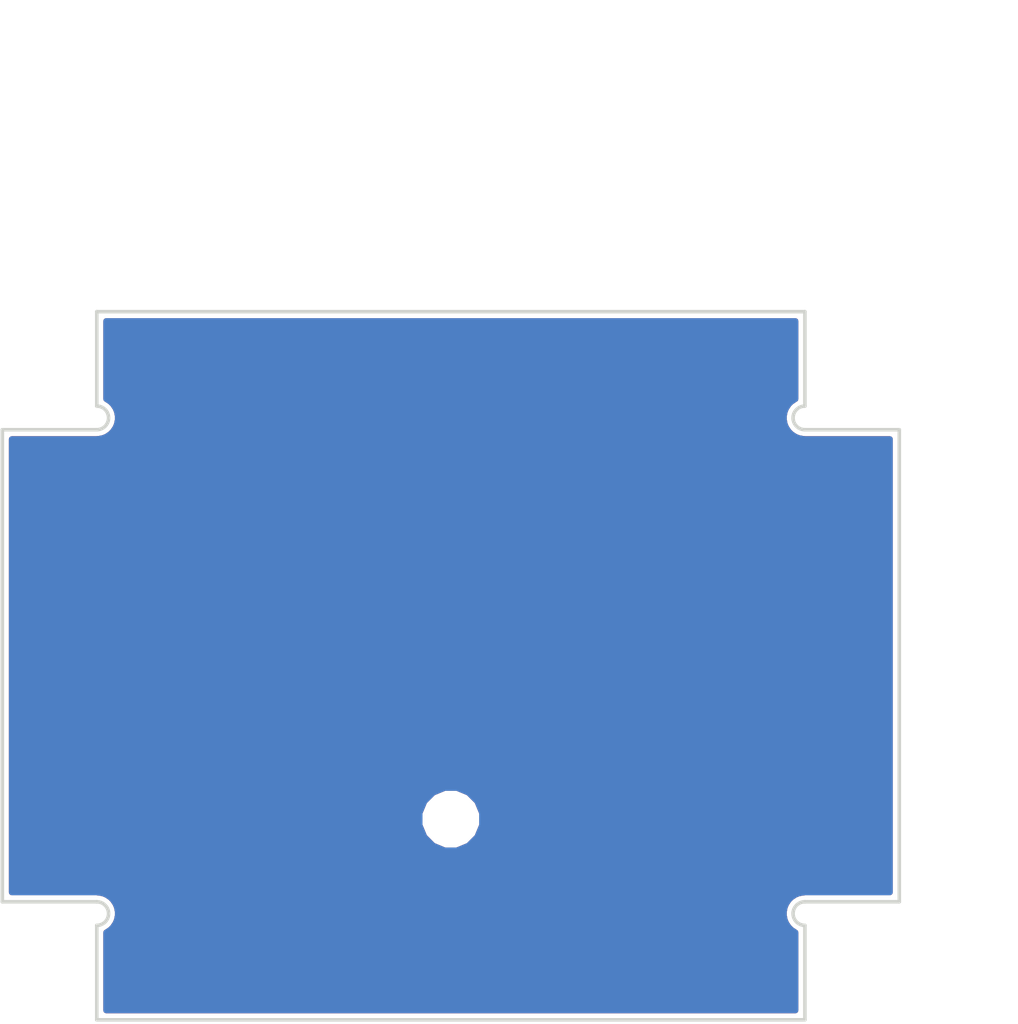
<source format=kicad_pcb>
(kicad_pcb (version 4) (host pcbnew "(2016-01-25 BZR 6514, Git a23e712)-product")

  (general
    (links 0)
    (no_connects 0)
    (area 85.9 57.15 133 100.200001)
    (thickness 1.6)
    (drawings 19)
    (tracks 0)
    (zones 0)
    (modules 1)
    (nets 1)
  )

  (page A4)
  (layers
    (0 F.Cu signal hide)
    (31 B.Cu signal)
    (32 B.Adhes user)
    (33 F.Adhes user)
    (34 B.Paste user)
    (35 F.Paste user)
    (36 B.SilkS user)
    (37 F.SilkS user)
    (38 B.Mask user)
    (39 F.Mask user)
    (40 Dwgs.User user)
    (41 Cmts.User user)
    (42 Eco1.User user)
    (43 Eco2.User user)
    (44 Edge.Cuts user)
    (45 Margin user)
    (46 B.CrtYd user)
    (47 F.CrtYd user)
    (48 B.Fab user)
    (49 F.Fab user)
  )

  (setup
    (last_trace_width 0.25)
    (trace_clearance 0.2)
    (zone_clearance 0.2)
    (zone_45_only no)
    (trace_min 0.2)
    (segment_width 0.2)
    (edge_width 0.15)
    (via_size 0.6)
    (via_drill 0.4)
    (via_min_size 0.4)
    (via_min_drill 0.3)
    (uvia_size 0.3)
    (uvia_drill 0.1)
    (uvias_allowed no)
    (uvia_min_size 0.2)
    (uvia_min_drill 0.1)
    (pcb_text_width 0.3)
    (pcb_text_size 1.5 1.5)
    (mod_edge_width 0.15)
    (mod_text_size 1 1)
    (mod_text_width 0.15)
    (pad_size 1.524 1.524)
    (pad_drill 0.762)
    (pad_to_mask_clearance 0.2)
    (aux_axis_origin 105 91.5)
    (visible_elements FFFFFF7F)
    (pcbplotparams
      (layerselection 0x000f0_ffffffff)
      (usegerberextensions true)
      (excludeedgelayer false)
      (linewidth 0.100000)
      (plotframeref false)
      (viasonmask false)
      (mode 1)
      (useauxorigin true)
      (hpglpennumber 1)
      (hpglpenspeed 20)
      (hpglpendiameter 15)
      (hpglpenoverlay 2)
      (psnegative false)
      (psa4output false)
      (plotreference false)
      (plotvalue false)
      (plotinvisibletext false)
      (padsonsilk false)
      (subtractmaskfromsilk false)
      (outputformat 1)
      (mirror false)
      (drillshape 0)
      (scaleselection 1)
      (outputdirectory ditos-pinhole-2mm-gerbers-20160908-2))
  )

  (net 0 "")

  (net_class Default "This is the default net class."
    (clearance 0.2)
    (trace_width 0.25)
    (via_dia 0.6)
    (via_drill 0.4)
    (uvia_dia 0.3)
    (uvia_drill 0.1)
  )

  (module hole-2mm:pinhole-2mm (layer F.Cu) (tedit 57D1482B) (tstamp 57D14CDD)
    (at 105 91.5)
    (path /57D052FD)
    (fp_text reference P1 (at 1.27 2.54) (layer F.SilkS) hide
      (effects (font (size 1 1) (thickness 0.15)))
    )
    (fp_text value CONN_01X01 (at 0 -3.81) (layer F.Fab)
      (effects (font (size 1 1) (thickness 0.15)))
    )
    (pad "" np_thru_hole circle (at 0 0) (size 2 2) (drill 2) (layers *.Cu)
      (zone_connect 2))
  )

  (dimension 8.5 (width 0.3) (layer Eco1.User)
    (gr_text "8.500 mm" (at 110.85 95.75 90) (layer Eco1.User)
      (effects (font (size 1.5 1.5) (thickness 0.3)))
    )
    (feature1 (pts (xy 105 91.5) (xy 112.2 91.5)))
    (feature2 (pts (xy 105 100) (xy 112.2 100)))
    (crossbar (pts (xy 109.5 100) (xy 109.5 91.5)))
    (arrow1a (pts (xy 109.5 91.5) (xy 110.086421 92.626504)))
    (arrow1b (pts (xy 109.5 91.5) (xy 108.913579 92.626504)))
    (arrow2a (pts (xy 109.5 100) (xy 110.086421 98.873496)))
    (arrow2b (pts (xy 109.5 100) (xy 108.913579 98.873496)))
  )
  (gr_line (start 90 96) (end 90 100) (layer Edge.Cuts) (width 0.15))
  (gr_line (start 90 70) (end 90 74) (layer Edge.Cuts) (width 0.15))
  (gr_line (start 120 74) (end 120 70) (layer Edge.Cuts) (width 0.15))
  (gr_line (start 120 96) (end 120 100) (layer Edge.Cuts) (width 0.15))
  (gr_arc (start 120 95.5) (end 120 96) (angle 180) (layer Edge.Cuts) (width 0.15))
  (gr_arc (start 120 74.5) (end 120 75) (angle 180) (layer Edge.Cuts) (width 0.15))
  (gr_arc (start 90 74.5) (end 90 74) (angle 180) (layer Edge.Cuts) (width 0.15))
  (gr_arc (start 90 95.5) (end 90 95) (angle 180) (layer Edge.Cuts) (width 0.15))
  (gr_line (start 86 95) (end 90 95) (layer Edge.Cuts) (width 0.15))
  (gr_line (start 86 75) (end 90 75) (layer Edge.Cuts) (width 0.15))
  (gr_line (start 124 75) (end 120 75) (layer Edge.Cuts) (width 0.15))
  (gr_line (start 124 95) (end 120 95) (layer Edge.Cuts) (width 0.15))
  (gr_line (start 124 75) (end 124 95) (layer Edge.Cuts) (width 0.15))
  (gr_line (start 86 75) (end 86 95) (layer Edge.Cuts) (width 0.15))
  (gr_line (start 120 100) (end 90 100) (layer Edge.Cuts) (width 0.15))
  (gr_line (start 90 70) (end 120 70) (layer Edge.Cuts) (width 0.15))
  (dimension 30 (width 0.3) (layer Eco1.User)
    (gr_text "30.000 mm" (at 126.35 85 270) (layer Eco1.User)
      (effects (font (size 1.5 1.5) (thickness 0.3)))
    )
    (feature1 (pts (xy 120 100) (xy 127.7 100)))
    (feature2 (pts (xy 120 70) (xy 127.7 70)))
    (crossbar (pts (xy 125 70) (xy 125 100)))
    (arrow1a (pts (xy 125 100) (xy 124.413579 98.873496)))
    (arrow1b (pts (xy 125 100) (xy 125.586421 98.873496)))
    (arrow2a (pts (xy 125 70) (xy 124.413579 71.126504)))
    (arrow2b (pts (xy 125 70) (xy 125.586421 71.126504)))
  )
  (dimension 30 (width 0.3) (layer Eco1.User)
    (gr_text "30.000 mm" (at 105 58.65) (layer Eco1.User)
      (effects (font (size 1.5 1.5) (thickness 0.3)))
    )
    (feature1 (pts (xy 120 70) (xy 120 57.3)))
    (feature2 (pts (xy 90 70) (xy 90 57.3)))
    (crossbar (pts (xy 90 60) (xy 120 60)))
    (arrow1a (pts (xy 120 60) (xy 118.873496 60.586421)))
    (arrow1b (pts (xy 120 60) (xy 118.873496 59.413579)))
    (arrow2a (pts (xy 90 60) (xy 91.126504 60.586421)))
    (arrow2b (pts (xy 90 60) (xy 91.126504 59.413579)))
  )

  (zone (net 0) (net_name "") (layer B.Cu) (tstamp 0) (hatch edge 0.508)
    (connect_pads (clearance 0.2))
    (min_thickness 0.254)
    (fill yes (arc_segments 16) (thermal_gap 0.508) (thermal_bridge_width 0.508))
    (polygon
      (pts
        (xy 90 69.9) (xy 120.2 69.9) (xy 120.2 74.2) (xy 119.8 74.3) (xy 119.8 74.8)
        (xy 124.3 74.8) (xy 124.3 95.2) (xy 120 95.1) (xy 119.8 95.7) (xy 120.3 95.898618)
        (xy 120.3 100.1) (xy 89.9 100.2) (xy 90 95.9) (xy 90.4 95.8) (xy 90.4 95.2)
        (xy 85.9 95.2) (xy 85.9 74.9) (xy 90.3 74.8) (xy 90.3 74.3) (xy 89.9 74.1)
      )
    )
    (filled_polygon
      (pts
        (xy 119.598 73.698556) (xy 119.585322 73.703808) (xy 119.585317 73.70381) (xy 119.423106 73.812197) (xy 119.367652 73.867652)
        (xy 119.312197 73.923106) (xy 119.20381 74.085317) (xy 119.203809 74.085318) (xy 119.190899 74.116486) (xy 119.143784 74.23023)
        (xy 119.143784 74.230232) (xy 119.105724 74.421572) (xy 119.105724 74.578426) (xy 119.143784 74.769768) (xy 119.143784 74.76977)
        (xy 119.170494 74.834252) (xy 119.203809 74.914682) (xy 119.20381 74.914683) (xy 119.312197 75.076894) (xy 119.367652 75.132348)
        (xy 119.423106 75.187803) (xy 119.585317 75.29619) (xy 119.585319 75.296191) (xy 119.61018 75.306489) (xy 119.73023 75.356216)
        (xy 119.730232 75.356216) (xy 119.921575 75.394276) (xy 119.961168 75.394276) (xy 120 75.402) (xy 123.598 75.402)
        (xy 123.598 94.598) (xy 120 94.598) (xy 119.961168 94.605724) (xy 119.921575 94.605724) (xy 119.730232 94.643784)
        (xy 119.73023 94.643784) (xy 119.61018 94.693511) (xy 119.585322 94.703808) (xy 119.585317 94.70381) (xy 119.423106 94.812197)
        (xy 119.367652 94.867652) (xy 119.312197 94.923106) (xy 119.20381 95.085317) (xy 119.203809 95.085318) (xy 119.190899 95.116486)
        (xy 119.143784 95.23023) (xy 119.143784 95.230232) (xy 119.105724 95.421572) (xy 119.105724 95.578426) (xy 119.143784 95.769768)
        (xy 119.143784 95.76977) (xy 119.170494 95.834252) (xy 119.203809 95.914682) (xy 119.20381 95.914683) (xy 119.312197 96.076894)
        (xy 119.367652 96.132348) (xy 119.423106 96.187803) (xy 119.585317 96.29619) (xy 119.585319 96.296191) (xy 119.598 96.301444)
        (xy 119.598 99.598) (xy 90.402 99.598) (xy 90.402 96.301444) (xy 90.414682 96.296191) (xy 90.414683 96.29619)
        (xy 90.576894 96.187803) (xy 90.632348 96.132348) (xy 90.687803 96.076894) (xy 90.79619 95.914683) (xy 90.856216 95.76977)
        (xy 90.856216 95.769768) (xy 90.894276 95.578425) (xy 90.894276 95.421573) (xy 90.894275 95.421571) (xy 90.856216 95.230232)
        (xy 90.856216 95.23023) (xy 90.79619 95.085317) (xy 90.687803 94.923106) (xy 90.632348 94.867652) (xy 90.576894 94.812197)
        (xy 90.414683 94.70381) (xy 90.414682 94.703809) (xy 90.322797 94.665749) (xy 90.26977 94.643784) (xy 90.269768 94.643784)
        (xy 90.078426 94.605724) (xy 90.038832 94.605724) (xy 90 94.598) (xy 86.402 94.598) (xy 86.402 91.762798)
        (xy 103.672771 91.762798) (xy 103.874369 92.250703) (xy 104.247334 92.624319) (xy 104.734885 92.826769) (xy 105.262798 92.827229)
        (xy 105.750703 92.625631) (xy 106.124319 92.252666) (xy 106.326769 91.765115) (xy 106.327229 91.237202) (xy 106.125631 90.749297)
        (xy 105.752666 90.375681) (xy 105.265115 90.173231) (xy 104.737202 90.172771) (xy 104.249297 90.374369) (xy 103.875681 90.747334)
        (xy 103.673231 91.234885) (xy 103.672771 91.762798) (xy 86.402 91.762798) (xy 86.402 75.402) (xy 90 75.402)
        (xy 90.038832 75.394276) (xy 90.078426 75.394276) (xy 90.269768 75.356216) (xy 90.26977 75.356216) (xy 90.354658 75.321054)
        (xy 90.414682 75.296191) (xy 90.414683 75.29619) (xy 90.576894 75.187803) (xy 90.632348 75.132348) (xy 90.687803 75.076894)
        (xy 90.79619 74.914683) (xy 90.856216 74.76977) (xy 90.856216 74.769768) (xy 90.894276 74.578425) (xy 90.894276 74.421573)
        (xy 90.894275 74.421571) (xy 90.856216 74.230232) (xy 90.856216 74.23023) (xy 90.79619 74.085317) (xy 90.687803 73.923106)
        (xy 90.632348 73.867652) (xy 90.576894 73.812197) (xy 90.414683 73.70381) (xy 90.414682 73.703809) (xy 90.402 73.698556)
        (xy 90.402 70.402) (xy 119.598 70.402)
      )
    )
  )
  (zone (net 0) (net_name "") (layer F.Cu) (tstamp 57D15991) (hatch edge 0.508)
    (connect_pads (clearance 0.2))
    (min_thickness 0.254)
    (fill yes (arc_segments 16) (thermal_gap 0.508) (thermal_bridge_width 0.508))
    (polygon
      (pts
        (xy 90 69.9) (xy 120.2 69.9) (xy 120.2 74.2) (xy 119.8 74.3) (xy 119.8 74.8)
        (xy 124.3 74.8) (xy 124.3 95.2) (xy 120 95.1) (xy 119.8 95.7) (xy 120.3 95.898618)
        (xy 120.3 100.1) (xy 89.9 100.2) (xy 90 95.9) (xy 90.4 95.8) (xy 90.4 95.2)
        (xy 85.9 95.2) (xy 85.9 74.9) (xy 90.3 74.8) (xy 90.3 74.3) (xy 89.9 74.1)
      )
    )
    (filled_polygon
      (pts
        (xy 119.598 73.698556) (xy 119.585322 73.703808) (xy 119.585317 73.70381) (xy 119.423106 73.812197) (xy 119.367652 73.867652)
        (xy 119.312197 73.923106) (xy 119.20381 74.085317) (xy 119.203809 74.085318) (xy 119.190899 74.116486) (xy 119.143784 74.23023)
        (xy 119.143784 74.230232) (xy 119.105724 74.421572) (xy 119.105724 74.578426) (xy 119.143784 74.769768) (xy 119.143784 74.76977)
        (xy 119.170494 74.834252) (xy 119.203809 74.914682) (xy 119.20381 74.914683) (xy 119.312197 75.076894) (xy 119.367652 75.132348)
        (xy 119.423106 75.187803) (xy 119.585317 75.29619) (xy 119.585319 75.296191) (xy 119.61018 75.306489) (xy 119.73023 75.356216)
        (xy 119.730232 75.356216) (xy 119.921575 75.394276) (xy 119.961168 75.394276) (xy 120 75.402) (xy 123.598 75.402)
        (xy 123.598 94.598) (xy 120 94.598) (xy 119.961168 94.605724) (xy 119.921575 94.605724) (xy 119.730232 94.643784)
        (xy 119.73023 94.643784) (xy 119.61018 94.693511) (xy 119.585322 94.703808) (xy 119.585317 94.70381) (xy 119.423106 94.812197)
        (xy 119.367652 94.867652) (xy 119.312197 94.923106) (xy 119.20381 95.085317) (xy 119.203809 95.085318) (xy 119.190899 95.116486)
        (xy 119.143784 95.23023) (xy 119.143784 95.230232) (xy 119.105724 95.421572) (xy 119.105724 95.578426) (xy 119.143784 95.769768)
        (xy 119.143784 95.76977) (xy 119.170494 95.834252) (xy 119.203809 95.914682) (xy 119.20381 95.914683) (xy 119.312197 96.076894)
        (xy 119.367652 96.132348) (xy 119.423106 96.187803) (xy 119.585317 96.29619) (xy 119.585319 96.296191) (xy 119.598 96.301444)
        (xy 119.598 99.598) (xy 90.402 99.598) (xy 90.402 96.301444) (xy 90.414682 96.296191) (xy 90.414683 96.29619)
        (xy 90.576894 96.187803) (xy 90.632348 96.132348) (xy 90.687803 96.076894) (xy 90.79619 95.914683) (xy 90.856216 95.76977)
        (xy 90.856216 95.769768) (xy 90.894276 95.578425) (xy 90.894276 95.421573) (xy 90.894275 95.421571) (xy 90.856216 95.230232)
        (xy 90.856216 95.23023) (xy 90.79619 95.085317) (xy 90.687803 94.923106) (xy 90.632348 94.867652) (xy 90.576894 94.812197)
        (xy 90.414683 94.70381) (xy 90.414682 94.703809) (xy 90.322797 94.665749) (xy 90.26977 94.643784) (xy 90.269768 94.643784)
        (xy 90.078426 94.605724) (xy 90.038832 94.605724) (xy 90 94.598) (xy 86.402 94.598) (xy 86.402 91.762798)
        (xy 103.672771 91.762798) (xy 103.874369 92.250703) (xy 104.247334 92.624319) (xy 104.734885 92.826769) (xy 105.262798 92.827229)
        (xy 105.750703 92.625631) (xy 106.124319 92.252666) (xy 106.326769 91.765115) (xy 106.327229 91.237202) (xy 106.125631 90.749297)
        (xy 105.752666 90.375681) (xy 105.265115 90.173231) (xy 104.737202 90.172771) (xy 104.249297 90.374369) (xy 103.875681 90.747334)
        (xy 103.673231 91.234885) (xy 103.672771 91.762798) (xy 86.402 91.762798) (xy 86.402 75.402) (xy 90 75.402)
        (xy 90.038832 75.394276) (xy 90.078426 75.394276) (xy 90.269768 75.356216) (xy 90.26977 75.356216) (xy 90.354658 75.321054)
        (xy 90.414682 75.296191) (xy 90.414683 75.29619) (xy 90.576894 75.187803) (xy 90.632348 75.132348) (xy 90.687803 75.076894)
        (xy 90.79619 74.914683) (xy 90.856216 74.76977) (xy 90.856216 74.769768) (xy 90.894276 74.578425) (xy 90.894276 74.421573)
        (xy 90.894275 74.421571) (xy 90.856216 74.230232) (xy 90.856216 74.23023) (xy 90.79619 74.085317) (xy 90.687803 73.923106)
        (xy 90.632348 73.867652) (xy 90.576894 73.812197) (xy 90.414683 73.70381) (xy 90.414682 73.703809) (xy 90.402 73.698556)
        (xy 90.402 70.402) (xy 119.598 70.402)
      )
    )
  )
)

</source>
